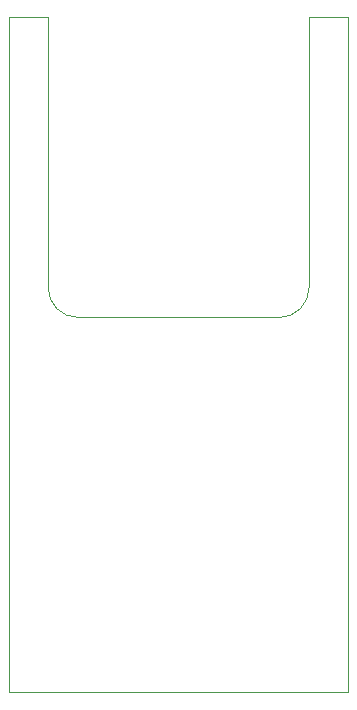
<source format=gm1>
G04 #@! TF.GenerationSoftware,KiCad,Pcbnew,6.0.2+dfsg-1*
G04 #@! TF.CreationDate,2024-06-30T21:19:04-06:00*
G04 #@! TF.ProjectId,ckt-axle,636b742d-6178-46c6-952e-6b696361645f,rev?*
G04 #@! TF.SameCoordinates,Original*
G04 #@! TF.FileFunction,Profile,NP*
%FSLAX46Y46*%
G04 Gerber Fmt 4.6, Leading zero omitted, Abs format (unit mm)*
G04 Created by KiCad (PCBNEW 6.0.2+dfsg-1) date 2024-06-30 21:19:04*
%MOMM*%
%LPD*%
G01*
G04 APERTURE LIST*
G04 #@! TA.AperFunction,Profile*
%ADD10C,0.100000*%
G04 #@! TD*
G04 APERTURE END LIST*
D10*
X114300000Y-127000000D02*
X114300000Y-69850000D01*
X114300000Y-69850000D02*
X117602000Y-69850000D01*
X143002000Y-127000000D02*
X143002000Y-69850000D01*
X114300000Y-127000000D02*
X143002000Y-127000000D01*
X139700000Y-69850000D02*
X139700000Y-92710000D01*
X137160000Y-95250000D02*
G75*
G03*
X139700000Y-92710000I-1J2540001D01*
G01*
X137160000Y-95250000D02*
X120142000Y-95250000D01*
X117602000Y-69850000D02*
X117602000Y-92710000D01*
X143002000Y-69850000D02*
X139700000Y-69850000D01*
X117602000Y-92710000D02*
G75*
G03*
X120142000Y-95250000I2540001J1D01*
G01*
M02*

</source>
